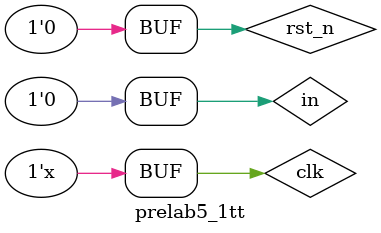
<source format=v>
`timescale 1ns / 1ps


module prelab5_1tt;
wire [3:0]b;
wire [2:0]a;
wire stateled;
wire endled;
reg rst_n;
reg in;
reg clk;

prelab5_1 U3 (.clk(clk),.rst_n(rst_n),.in(in),.b(b),.a(a),.stateled(stateled),.endled(endled));

always #10 begin
    clk = ~clk; // ±N clock ¤Ï¬Û (0 ÅÜ 1 ¡B1 ÅÜ 0)
end

initial
begin
    clk=0;
    in=0;
    rst_n=1;#10
    rst_n=0;#25
    in=1;#20
    in=0;#60
    in=1;#20
    in=0;#60
    in=1;#25
    in=0;#600
    rst_n=1;#80
    rst_n=0;
end

endmodule
</source>
